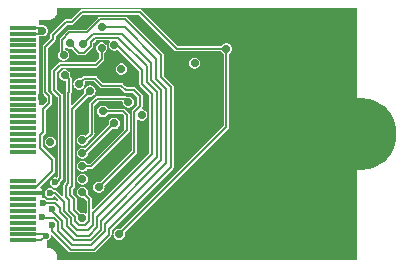
<source format=gbr>
G04 #@! TF.GenerationSoftware,KiCad,Pcbnew,7.0.2-1.fc38*
G04 #@! TF.CreationDate,2023-05-11T21:02:33-04:00*
G04 #@! TF.ProjectId,m2-sd-card,6d322d73-642d-4636-9172-642e6b696361,v0.5.0*
G04 #@! TF.SameCoordinates,PX71581d0PY6410748*
G04 #@! TF.FileFunction,Copper,L4,Bot*
G04 #@! TF.FilePolarity,Positive*
%FSLAX46Y46*%
G04 Gerber Fmt 4.6, Leading zero omitted, Abs format (unit mm)*
G04 Created by KiCad (PCBNEW 7.0.2-1.fc38) date 2023-05-11 21:02:33*
%MOMM*%
%LPD*%
G01*
G04 APERTURE LIST*
G04 #@! TA.AperFunction,ComponentPad*
%ADD10C,6.150000*%
G04 #@! TD*
G04 #@! TA.AperFunction,SMDPad,CuDef*
%ADD11R,2.200000X0.350000*%
G04 #@! TD*
G04 #@! TA.AperFunction,ViaPad*
%ADD12C,0.700000*%
G04 #@! TD*
G04 #@! TA.AperFunction,ViaPad*
%ADD13C,0.600000*%
G04 #@! TD*
G04 #@! TA.AperFunction,Conductor*
%ADD14C,0.203321*%
G04 #@! TD*
G04 APERTURE END LIST*
D10*
X30000000Y9925000D03*
D11*
X1400000Y925000D03*
X1400000Y1425000D03*
X1400000Y1925000D03*
X1400000Y2425000D03*
X1400000Y2925000D03*
X1400000Y3425000D03*
X1400000Y3925000D03*
X1400000Y4425000D03*
X1400000Y4925000D03*
X1400000Y5425000D03*
X1400000Y5925000D03*
X1400000Y8425000D03*
X1400000Y8925000D03*
X1400000Y9425000D03*
X1400000Y9925000D03*
X1400000Y10425000D03*
X1400000Y10925000D03*
X1400000Y11425000D03*
X1400000Y11925000D03*
X1400000Y12425000D03*
X1400000Y12925000D03*
X1400000Y13425000D03*
X1400000Y13925000D03*
X1400000Y14425000D03*
X1400000Y14925000D03*
X1400000Y15425000D03*
X1400000Y15925000D03*
X1400000Y16425000D03*
X1400000Y16925000D03*
X1400000Y17425000D03*
X1400000Y17925000D03*
X1400000Y18425000D03*
X1400000Y18925000D03*
D12*
X11478076Y11530967D03*
X3738533Y9224369D03*
D13*
X3380600Y1327027D03*
D12*
X6450000Y6100000D03*
X3070000Y18675000D03*
X6450000Y3900000D03*
X6450000Y10950000D03*
X4015172Y674666D03*
X15550000Y19025000D03*
X3850000Y11725000D03*
X13850000Y16025000D03*
X12350000Y20125000D03*
X7173340Y19675131D03*
X10619000Y14230436D03*
X14550000Y19025000D03*
X13850000Y15025000D03*
X4950000Y20175270D03*
D13*
X2991924Y13031807D03*
D12*
X4750000Y13925000D03*
X14550000Y20125000D03*
X4868427Y16593365D03*
D13*
X3848486Y2240268D03*
D12*
X8150000Y19001817D03*
D13*
X3018866Y2927744D03*
D12*
X9750000Y15425000D03*
X18650000Y17145000D03*
X9562817Y1430315D03*
D13*
X3916335Y3538267D03*
D12*
X6510859Y17544327D03*
X5372538Y17632817D03*
D13*
X3087158Y4108586D03*
D12*
X9163172Y17455814D03*
D13*
X3712216Y4921620D03*
X4130000Y5825000D03*
D12*
X8076503Y17225000D03*
X10350000Y12625000D03*
X6450000Y9400000D03*
X9150000Y10825000D03*
X6450000Y8300000D03*
X8183155Y11841617D03*
X6450000Y7200000D03*
X6450000Y5000000D03*
X4950000Y14925000D03*
X7095728Y13560982D03*
X6450000Y2800000D03*
X7850000Y5425000D03*
X6169565Y14166662D03*
X15950000Y15925000D03*
D14*
X1400000Y925000D02*
X2978573Y925000D01*
X1400000Y18425000D02*
X2820000Y18425000D01*
X3282627Y1425000D02*
X3380600Y1327027D01*
X2820000Y18425000D02*
X3070000Y18675000D01*
X2820000Y18925000D02*
X3070000Y18675000D01*
X1400000Y18925000D02*
X2820000Y18925000D01*
X2978573Y925000D02*
X3380600Y1327027D01*
X1400000Y1425000D02*
X3282627Y1425000D01*
X4750000Y16711792D02*
X4750000Y17925000D01*
X13150000Y14725000D02*
X13950000Y13925000D01*
X5466566Y125000D02*
X3848486Y1743080D01*
X8696706Y1871706D02*
X8696706Y1418913D01*
X10100000Y19625000D02*
X13150000Y16575000D01*
X3848486Y1743080D02*
X3848486Y2240268D01*
X4750000Y17925000D02*
X5350000Y18525000D01*
X7402793Y125000D02*
X5466566Y125000D01*
X13150000Y16575000D02*
X13150000Y14725000D01*
X5350000Y18525000D02*
X6854834Y18525000D01*
X7954834Y19625000D02*
X10100000Y19625000D01*
X4868427Y16593365D02*
X4750000Y16711792D01*
X13950000Y7125000D02*
X8696706Y1871706D01*
X6854834Y18525000D02*
X7954834Y19625000D01*
X8696706Y1418913D02*
X7402793Y125000D01*
X13950000Y13925000D02*
X13950000Y7125000D01*
X10023183Y19001817D02*
X8150000Y19001817D01*
X8366385Y1680661D02*
X8366385Y2271406D01*
X3018866Y2927744D02*
X3110420Y2836190D01*
X5596353Y539333D02*
X7225057Y539333D01*
X12719617Y14588079D02*
X12719617Y16305383D01*
X13530040Y13777656D02*
X12719617Y14588079D01*
X4038810Y2836190D02*
X4383531Y2491469D01*
X7225057Y539333D02*
X8366385Y1680661D01*
X8366385Y2271406D02*
X13530040Y7435061D01*
X4383531Y2491469D02*
X4383531Y1752155D01*
X4383531Y1752155D02*
X5596353Y539333D01*
X13530040Y7435061D02*
X13530040Y13777656D01*
X3110420Y2836190D02*
X4038810Y2836190D01*
X12719617Y16305383D02*
X10023183Y19001817D01*
X3150000Y10078889D02*
X3150000Y12025000D01*
X2896111Y9825000D02*
X3150000Y10078889D01*
X5061510Y19425000D02*
X5575000Y19425000D01*
X1400000Y5425000D02*
X2548028Y5425000D01*
X18650000Y10517498D02*
X18650000Y17145000D01*
X3650000Y12525000D02*
X3650000Y13136475D01*
X11316101Y20258899D02*
X14430000Y17145000D01*
X3650000Y13136475D02*
X3330269Y13456206D01*
X2896111Y8778889D02*
X2896111Y9825000D01*
X3914932Y6791904D02*
X3914932Y7760068D01*
X6408899Y20258899D02*
X11316101Y20258899D01*
X9562817Y1430315D02*
X18650000Y10517498D01*
X5575000Y19425000D02*
X6408899Y20258899D01*
X3958400Y17944118D02*
X3958400Y18321890D01*
X3958400Y18321890D02*
X5061510Y19425000D01*
X14430000Y17145000D02*
X18650000Y17145000D01*
X3330269Y17315987D02*
X3958400Y17944118D01*
X3330269Y13456206D02*
X3330269Y17315987D01*
X3914932Y7760068D02*
X2896111Y8778889D01*
X2548028Y5425000D02*
X3914932Y6791904D01*
X3150000Y12025000D02*
X3650000Y12525000D01*
X12304568Y14483747D02*
X12304568Y15970432D01*
X13150000Y13638315D02*
X12304568Y14483747D01*
X7172244Y953664D02*
X8036064Y1817484D01*
X8036064Y2590511D02*
X13150000Y7704447D01*
X4756789Y2585355D02*
X4756789Y1981872D01*
X8036064Y1817484D02*
X8036064Y2590511D01*
X4756789Y1981872D02*
X5784997Y953664D01*
X3916335Y3538267D02*
X3916335Y3425809D01*
X7390189Y18423657D02*
X6510859Y17544327D01*
X3916335Y3425809D02*
X4756789Y2585355D01*
X5784997Y953664D02*
X7172244Y953664D01*
X12304568Y15970432D02*
X9851343Y18423657D01*
X13150000Y7704447D02*
X13150000Y13638315D01*
X9851343Y18423657D02*
X7390189Y18423657D01*
X4142662Y4108586D02*
X4547703Y3703545D01*
X7705743Y2927491D02*
X12750000Y7971748D01*
X12750000Y13483361D02*
X11889794Y14343567D01*
X5958352Y1325001D02*
X7001399Y1325001D01*
X6609174Y16825000D02*
X6180355Y16825000D01*
X9496910Y18078090D02*
X7511766Y18078090D01*
X12750000Y7971748D02*
X12750000Y13483361D01*
X11889794Y14343567D02*
X11889794Y15685206D01*
X4547703Y3300865D02*
X5132703Y2715865D01*
X5132703Y2150650D02*
X5958352Y1325001D01*
X7150000Y17716324D02*
X7150000Y17365826D01*
X7511766Y18078090D02*
X7150000Y17716324D01*
X4547703Y3703545D02*
X4547703Y3300865D01*
X3087158Y4108586D02*
X4142662Y4108586D01*
X6180355Y16825000D02*
X5372538Y17632817D01*
X7705743Y2029345D02*
X7705743Y2927491D01*
X5132703Y2715865D02*
X5132703Y2150650D01*
X7001399Y1325001D02*
X7705743Y2029345D01*
X11889794Y15685206D02*
X9496910Y18078090D01*
X7150000Y17365826D02*
X6609174Y16825000D01*
X11482587Y15357587D02*
X9384359Y17455814D01*
X6907326Y1782326D02*
X7375422Y2250422D01*
X11482587Y14192413D02*
X11482587Y15357587D01*
X4935289Y3380423D02*
X5492686Y2823026D01*
X3712216Y4921620D02*
X4153380Y4921620D01*
X12350000Y8225000D02*
X12350000Y13325000D01*
X4935289Y4139711D02*
X4935289Y3380423D01*
X7375422Y2250422D02*
X7375422Y3250422D01*
X12350000Y13325000D02*
X11482587Y14192413D01*
X5492686Y2314172D02*
X6024532Y1782326D01*
X7375422Y3250422D02*
X12350000Y8225000D01*
X4153380Y4921620D02*
X4935289Y4139711D01*
X5492686Y2823026D02*
X5492686Y2314172D01*
X6024532Y1782326D02*
X6907326Y1782326D01*
X9384359Y17455814D02*
X9163172Y17455814D01*
X4585691Y6218455D02*
X4350000Y5982764D01*
X4545289Y15759897D02*
X4055863Y15270471D01*
X7584897Y15759897D02*
X4545289Y15759897D01*
X4055863Y13695148D02*
X4585691Y13165320D01*
X8076503Y17225000D02*
X8076503Y16251503D01*
X4055863Y15270471D02*
X4055863Y13695148D01*
X4585691Y13165320D02*
X4585691Y6218455D01*
X8076503Y16251503D02*
X7584897Y15759897D01*
X7250000Y12445064D02*
X7250000Y9954185D01*
X7250000Y9954185D02*
X6695815Y9400000D01*
X10350000Y12625000D02*
X10050000Y12925000D01*
X7729936Y12925000D02*
X7250000Y12445064D01*
X6695815Y9400000D02*
X6450000Y9400000D01*
X10050000Y12925000D02*
X7729936Y12925000D01*
X6450000Y8300000D02*
X6625000Y8300000D01*
X6625000Y8300000D02*
X9150000Y10825000D01*
X10250000Y10225000D02*
X7225000Y7200000D01*
X7225000Y7200000D02*
X6450000Y7200000D01*
X8183155Y11841617D02*
X9933383Y11841617D01*
X10250000Y11525000D02*
X10250000Y10225000D01*
X9933383Y11841617D02*
X10250000Y11525000D01*
X5050000Y4625000D02*
X5050000Y5533208D01*
X5268969Y13465309D02*
X5328660Y13525000D01*
X7045101Y4404899D02*
X7045101Y2555419D01*
X5050000Y5533208D02*
X5268969Y5752177D01*
X5268969Y5752177D02*
X5268969Y13465309D01*
X5871340Y2541370D02*
X5871340Y2911516D01*
X6686339Y2196657D02*
X6216053Y2196657D01*
X5337549Y4337451D02*
X5050000Y4625000D01*
X5337549Y3445307D02*
X5337549Y4337451D01*
X6191366Y2221340D02*
X5871336Y2541370D01*
X5328660Y13525000D02*
X5328660Y14546340D01*
X6216053Y2196657D02*
X6191370Y2221340D01*
X5328660Y14546340D02*
X4950000Y14925000D01*
X6450000Y5000000D02*
X7045101Y4404899D01*
X5871340Y2911516D02*
X5337549Y3445307D01*
X7045101Y2555419D02*
X6686339Y2196657D01*
X5738471Y3511529D02*
X6450000Y2800000D01*
X5603573Y5544765D02*
X5424633Y5365825D01*
X5738471Y4436529D02*
X5738471Y3511529D01*
X7095728Y13560982D02*
X5603573Y12068827D01*
X5424633Y5365825D02*
X5424633Y4750367D01*
X5603573Y12068827D02*
X5603573Y5544765D01*
X5424633Y4750367D02*
X5738471Y4436529D01*
X11350000Y13125000D02*
X10830714Y13644286D01*
X6627903Y14625000D02*
X6169565Y14166662D01*
X7550000Y14625000D02*
X6627903Y14625000D01*
X9750000Y14025000D02*
X8150000Y14025000D01*
X10850000Y11825000D02*
X11350000Y12325000D01*
X11350000Y12325000D02*
X11350000Y13125000D01*
X10130714Y13644286D02*
X9750000Y14025000D01*
X7850000Y5425000D02*
X10850000Y8425000D01*
X10850000Y8425000D02*
X10850000Y11825000D01*
X8150000Y14025000D02*
X7550000Y14625000D01*
X10830714Y13644286D02*
X10130714Y13644286D01*
G04 #@! TA.AperFunction,Conductor*
G36*
X29681194Y20606194D02*
G01*
X29699500Y20562000D01*
X29699500Y-712000D01*
X29681194Y-756194D01*
X29637000Y-774500D01*
X4363000Y-774500D01*
X4318806Y-756194D01*
X4300500Y-712000D01*
X4300500Y-472156D01*
X4300500Y-421158D01*
X4269737Y-266503D01*
X4209394Y-120821D01*
X4121789Y10289D01*
X4010289Y121789D01*
X3879179Y209394D01*
X3733497Y269737D01*
X3733495Y269738D01*
X3578843Y300500D01*
X3578842Y300500D01*
X3556173Y300500D01*
X3512500Y300500D01*
X3468306Y318806D01*
X3450000Y363000D01*
X3450000Y855071D01*
X3468306Y899265D01*
X3494890Y915039D01*
X3560016Y934161D01*
X3663432Y1000622D01*
X3743934Y1093526D01*
X3795001Y1205348D01*
X3810812Y1315317D01*
X3835221Y1356455D01*
X3881571Y1368285D01*
X3916870Y1350615D01*
X5299116Y-31631D01*
X5301368Y-34004D01*
X5328860Y-64537D01*
X5352395Y-75016D01*
X5361012Y-79695D01*
X5382608Y-93719D01*
X5392799Y-95333D01*
X5408435Y-99965D01*
X5417856Y-104160D01*
X5443612Y-104160D01*
X5453388Y-104929D01*
X5478827Y-108959D01*
X5488791Y-106290D01*
X5504967Y-104160D01*
X7395151Y-104160D01*
X7398420Y-104245D01*
X7411472Y-104930D01*
X7439441Y-106396D01*
X7439441Y-106395D01*
X7439443Y-106396D01*
X7463495Y-97162D01*
X7472893Y-94379D01*
X7480679Y-92723D01*
X7498083Y-89025D01*
X7506428Y-82961D01*
X7520758Y-75181D01*
X7530390Y-71484D01*
X7548608Y-53264D01*
X7556057Y-46904D01*
X7576897Y-31764D01*
X7582054Y-22831D01*
X7591984Y-9888D01*
X8853356Y1251484D01*
X8855690Y1253699D01*
X8886243Y1281207D01*
X8896720Y1304743D01*
X8901391Y1313347D01*
X8915425Y1334954D01*
X8917038Y1345142D01*
X8921670Y1360781D01*
X8925866Y1370203D01*
X8925866Y1395959D01*
X8926636Y1405737D01*
X8930665Y1431174D01*
X8927995Y1441140D01*
X8925866Y1457315D01*
X8925866Y1750898D01*
X8944171Y1795091D01*
X14106650Y6957571D01*
X14108984Y6959786D01*
X14139537Y6987294D01*
X14150020Y7010843D01*
X14154687Y7019436D01*
X14168719Y7041042D01*
X14170333Y7051237D01*
X14174963Y7066864D01*
X14179160Y7076290D01*
X14179160Y7102046D01*
X14179930Y7111825D01*
X14183959Y7137260D01*
X14183959Y7137261D01*
X14181288Y7147230D01*
X14179159Y7163394D01*
X14179159Y13917357D01*
X14179245Y13920629D01*
X14181396Y13961649D01*
X14181396Y13961650D01*
X14172162Y13985704D01*
X14169379Y13995096D01*
X14164025Y14020290D01*
X14157964Y14028632D01*
X14150179Y14042971D01*
X14148783Y14046608D01*
X14146484Y14052597D01*
X14128275Y14070806D01*
X14121903Y14078266D01*
X14119099Y14082125D01*
X14106764Y14099104D01*
X14097828Y14104263D01*
X14084886Y14114195D01*
X13747662Y14451419D01*
X13397464Y14801618D01*
X13379159Y14845808D01*
X13379159Y15925000D01*
X15467589Y15925000D01*
X15487131Y15789089D01*
X15544170Y15664189D01*
X15634089Y15560419D01*
X15749599Y15486184D01*
X15881345Y15447500D01*
X15881346Y15447500D01*
X16018655Y15447500D01*
X16150400Y15486184D01*
X16182592Y15506873D01*
X16265911Y15560419D01*
X16355829Y15664189D01*
X16412869Y15789089D01*
X16432410Y15925000D01*
X16412869Y16060911D01*
X16374679Y16144536D01*
X16355829Y16185812D01*
X16265910Y16289582D01*
X16150400Y16363817D01*
X16018655Y16402500D01*
X16018654Y16402500D01*
X15881346Y16402500D01*
X15881345Y16402500D01*
X15749599Y16363817D01*
X15634089Y16289582D01*
X15544170Y16185812D01*
X15487131Y16060912D01*
X15467589Y15925000D01*
X13379159Y15925000D01*
X13379159Y16567370D01*
X13379245Y16570642D01*
X13381395Y16611649D01*
X13381395Y16611650D01*
X13372159Y16635709D01*
X13369378Y16645104D01*
X13367679Y16653096D01*
X13364025Y16670290D01*
X13357965Y16678631D01*
X13350179Y16692971D01*
X13346484Y16702598D01*
X13328272Y16720810D01*
X13321901Y16728269D01*
X13306764Y16749104D01*
X13306763Y16749105D01*
X13297830Y16754263D01*
X13284888Y16764194D01*
X10267439Y19781643D01*
X10265203Y19783998D01*
X10237706Y19814537D01*
X10237704Y19814538D01*
X10214169Y19825017D01*
X10205552Y19829696D01*
X10183957Y19843720D01*
X10173773Y19845333D01*
X10158135Y19849965D01*
X10148711Y19854160D01*
X10148710Y19854160D01*
X10122954Y19854160D01*
X10113177Y19854930D01*
X10110898Y19855291D01*
X10087738Y19858960D01*
X10077775Y19856290D01*
X10061599Y19854160D01*
X7962477Y19854160D01*
X7959205Y19854246D01*
X7918183Y19856397D01*
X7894131Y19847164D01*
X7884730Y19844379D01*
X7859543Y19839025D01*
X7851199Y19832963D01*
X7836870Y19825183D01*
X7827238Y19821485D01*
X7809025Y19803273D01*
X7801571Y19796907D01*
X7780729Y19781764D01*
X7775571Y19772830D01*
X7765641Y19759890D01*
X6778218Y18772466D01*
X6734024Y18754160D01*
X5357643Y18754160D01*
X5354371Y18754246D01*
X5313349Y18756397D01*
X5289299Y18747165D01*
X5279899Y18744380D01*
X5254709Y18739025D01*
X5246365Y18732963D01*
X5232035Y18725183D01*
X5222403Y18721485D01*
X5204187Y18703270D01*
X5196733Y18696904D01*
X5175895Y18681764D01*
X5170737Y18672830D01*
X5160807Y18659891D01*
X4593355Y18092439D01*
X4590983Y18090187D01*
X4560462Y18062705D01*
X4549986Y18039176D01*
X4545308Y18030559D01*
X4531280Y18008958D01*
X4529666Y17998769D01*
X4525035Y17983135D01*
X4520840Y17973711D01*
X4520840Y17947955D01*
X4520070Y17938177D01*
X4516040Y17912740D01*
X4518710Y17902777D01*
X4520839Y17886602D01*
X4520839Y16944702D01*
X4505574Y16903774D01*
X4462598Y16854177D01*
X4405558Y16729276D01*
X4386016Y16593366D01*
X4405558Y16457454D01*
X4462597Y16332554D01*
X4552516Y16228784D01*
X4668026Y16154549D01*
X4799772Y16115865D01*
X4799773Y16115865D01*
X4937082Y16115865D01*
X5068827Y16154549D01*
X5089049Y16167545D01*
X5184338Y16228784D01*
X5274256Y16332554D01*
X5331296Y16457454D01*
X5350837Y16593365D01*
X5350787Y16593710D01*
X5344750Y16635698D01*
X5331296Y16729276D01*
X5274256Y16854176D01*
X5274256Y16854177D01*
X5195566Y16944988D01*
X5184338Y16957946D01*
X5184337Y16957947D01*
X5068827Y17032182D01*
X5024052Y17045329D01*
X4986805Y17075344D01*
X4979160Y17105297D01*
X4979160Y17203561D01*
X4997466Y17247755D01*
X5041660Y17266061D01*
X5075449Y17256140D01*
X5119047Y17228121D01*
X5172139Y17194000D01*
X5303883Y17155317D01*
X5303884Y17155317D01*
X5441190Y17155317D01*
X5441192Y17155317D01*
X5471136Y17164110D01*
X5518696Y17158998D01*
X5532938Y17148336D01*
X6012905Y16668369D01*
X6015157Y16665996D01*
X6042649Y16635463D01*
X6066184Y16624984D01*
X6074801Y16620305D01*
X6096397Y16606281D01*
X6106588Y16604667D01*
X6122224Y16600035D01*
X6131645Y16595840D01*
X6157401Y16595840D01*
X6167177Y16595071D01*
X6192616Y16591041D01*
X6202580Y16593710D01*
X6218756Y16595840D01*
X6601532Y16595840D01*
X6604801Y16595755D01*
X6617853Y16595070D01*
X6645822Y16593604D01*
X6645822Y16593605D01*
X6645824Y16593604D01*
X6669876Y16602838D01*
X6679274Y16605621D01*
X6687060Y16607277D01*
X6704464Y16610975D01*
X6712809Y16617039D01*
X6727139Y16624819D01*
X6736771Y16628516D01*
X6754989Y16646736D01*
X6762438Y16653096D01*
X6783278Y16668236D01*
X6788435Y16677169D01*
X6798365Y16690112D01*
X7306650Y17198397D01*
X7308984Y17200612D01*
X7339537Y17228120D01*
X7350014Y17251656D01*
X7354688Y17260266D01*
X7368718Y17281867D01*
X7370331Y17292056D01*
X7374964Y17307694D01*
X7379160Y17317116D01*
X7379160Y17342873D01*
X7379930Y17352651D01*
X7383959Y17378087D01*
X7381289Y17388051D01*
X7379159Y17404229D01*
X7379159Y17496906D01*
X7379159Y17595519D01*
X7397464Y17639709D01*
X7588380Y17830624D01*
X7632575Y17848930D01*
X8735130Y17848930D01*
X8779324Y17830624D01*
X8797630Y17786430D01*
X8782364Y17745501D01*
X8757342Y17716626D01*
X8700303Y17591726D01*
X8680761Y17455814D01*
X8700303Y17319903D01*
X8757342Y17195003D01*
X8847261Y17091233D01*
X8962771Y17016998D01*
X9094517Y16978314D01*
X9094518Y16978314D01*
X9231827Y16978314D01*
X9363570Y17016997D01*
X9363572Y17016998D01*
X9403703Y17042790D01*
X9450777Y17051283D01*
X9481687Y17034405D01*
X11235121Y15280972D01*
X11253427Y15236778D01*
X11253427Y14200056D01*
X11253341Y14196784D01*
X11251190Y14155765D01*
X11260423Y14131714D01*
X11263208Y14122310D01*
X11268561Y14097124D01*
X11274624Y14088779D01*
X11282405Y14074446D01*
X11286101Y14064818D01*
X11304311Y14046608D01*
X11310680Y14039151D01*
X11325823Y14018309D01*
X11334756Y14013151D01*
X11347700Y14003219D01*
X12102534Y13248385D01*
X12120840Y13204192D01*
X12120840Y8345810D01*
X12102534Y8301616D01*
X7380955Y3580037D01*
X7336761Y3561731D01*
X7292567Y3580037D01*
X7274261Y3624231D01*
X7274261Y4397258D01*
X7274347Y4400530D01*
X7276497Y4441548D01*
X7276497Y4441549D01*
X7267263Y4465603D01*
X7264480Y4474995D01*
X7259126Y4500189D01*
X7253065Y4508531D01*
X7245280Y4522870D01*
X7243021Y4528754D01*
X7241585Y4532496D01*
X7223376Y4550705D01*
X7217004Y4558165D01*
X7212673Y4564126D01*
X7201865Y4579003D01*
X7192929Y4584162D01*
X7179987Y4594094D01*
X6934629Y4839453D01*
X6916323Y4883647D01*
X6916958Y4892530D01*
X6932410Y5000000D01*
X6912869Y5135911D01*
X6863042Y5245017D01*
X6855829Y5260812D01*
X6765910Y5364582D01*
X6650400Y5438817D01*
X6518655Y5477500D01*
X6518654Y5477500D01*
X6381346Y5477500D01*
X6381345Y5477500D01*
X6249599Y5438817D01*
X6134089Y5364582D01*
X6044170Y5260812D01*
X5987131Y5135912D01*
X5967589Y5000001D01*
X5987131Y4864089D01*
X6044170Y4739189D01*
X6134089Y4635419D01*
X6249599Y4561184D01*
X6381345Y4522500D01*
X6381346Y4522500D01*
X6518652Y4522500D01*
X6518654Y4522500D01*
X6548598Y4531293D01*
X6596158Y4526181D01*
X6610400Y4515519D01*
X6797635Y4328284D01*
X6815941Y4284090D01*
X6815941Y3246890D01*
X6797635Y3202696D01*
X6753441Y3184390D01*
X6719651Y3194312D01*
X6650400Y3238817D01*
X6518655Y3277500D01*
X6518654Y3277500D01*
X6381346Y3277500D01*
X6381345Y3277500D01*
X6351399Y3268708D01*
X6303838Y3273823D01*
X6289599Y3284483D01*
X5985936Y3588146D01*
X5967630Y3632338D01*
X5967630Y4428886D01*
X5967716Y4432158D01*
X5969867Y4473178D01*
X5969166Y4475004D01*
X5960633Y4497233D01*
X5957850Y4506625D01*
X5952496Y4531819D01*
X5946435Y4540161D01*
X5938650Y4554500D01*
X5936084Y4561184D01*
X5934955Y4564126D01*
X5916746Y4582335D01*
X5910374Y4589795D01*
X5906436Y4595215D01*
X5895235Y4610633D01*
X5886299Y4615792D01*
X5873357Y4625724D01*
X5672099Y4826983D01*
X5653793Y4871177D01*
X5653793Y5245017D01*
X5672098Y5289210D01*
X5760223Y5377336D01*
X5762557Y5379551D01*
X5793110Y5407059D01*
X5803587Y5430595D01*
X5808261Y5439205D01*
X5822291Y5460806D01*
X5823904Y5470995D01*
X5828537Y5486633D01*
X5832733Y5496055D01*
X5832733Y5521812D01*
X5833503Y5531590D01*
X5837532Y5557026D01*
X5834862Y5566990D01*
X5832732Y5583168D01*
X5832732Y6100000D01*
X5967589Y6100000D01*
X5987131Y5964089D01*
X6044170Y5839189D01*
X6134089Y5735419D01*
X6249599Y5661184D01*
X6381345Y5622500D01*
X6381346Y5622500D01*
X6518655Y5622500D01*
X6650400Y5661184D01*
X6665540Y5670914D01*
X6765911Y5735419D01*
X6855829Y5839189D01*
X6912869Y5964089D01*
X6932410Y6100000D01*
X6912869Y6235911D01*
X6855829Y6360811D01*
X6855829Y6360812D01*
X6765910Y6464582D01*
X6650400Y6538817D01*
X6518655Y6577500D01*
X6518654Y6577500D01*
X6381346Y6577500D01*
X6381345Y6577500D01*
X6249599Y6538817D01*
X6134089Y6464582D01*
X6044170Y6360812D01*
X5987131Y6235912D01*
X5967589Y6100000D01*
X5832732Y6100000D01*
X5832732Y7200000D01*
X5967589Y7200000D01*
X5987131Y7064089D01*
X6044170Y6939189D01*
X6134089Y6835419D01*
X6249599Y6761184D01*
X6381345Y6722500D01*
X6381346Y6722500D01*
X6518655Y6722500D01*
X6650400Y6761184D01*
X6717279Y6804165D01*
X6765911Y6835419D01*
X6829199Y6908457D01*
X6861714Y6945980D01*
X6864006Y6943994D01*
X6888608Y6966899D01*
X6910450Y6970840D01*
X7217358Y6970840D01*
X7220627Y6970755D01*
X7235636Y6969968D01*
X7261648Y6968604D01*
X7261648Y6968605D01*
X7261650Y6968604D01*
X7285702Y6977838D01*
X7295100Y6980621D01*
X7302886Y6982277D01*
X7320290Y6985975D01*
X7328635Y6992039D01*
X7342965Y6999819D01*
X7352597Y7003516D01*
X7370815Y7021736D01*
X7378264Y7028096D01*
X7399104Y7043236D01*
X7404261Y7052169D01*
X7414191Y7065112D01*
X10406660Y10057580D01*
X10408994Y10059795D01*
X10439537Y10087294D01*
X10450015Y10110832D01*
X10454685Y10119434D01*
X10468719Y10141042D01*
X10470333Y10151230D01*
X10474964Y10166868D01*
X10479160Y10176290D01*
X10479160Y10202046D01*
X10479930Y10211825D01*
X10483959Y10237261D01*
X10481289Y10247226D01*
X10479160Y10263401D01*
X10479160Y11517359D01*
X10479246Y11520631D01*
X10481396Y11561649D01*
X10474042Y11580806D01*
X10472162Y11585704D01*
X10469379Y11595096D01*
X10464025Y11620290D01*
X10457964Y11628632D01*
X10450179Y11642971D01*
X10446484Y11652597D01*
X10428275Y11670806D01*
X10421903Y11678266D01*
X10414049Y11689076D01*
X10406764Y11699104D01*
X10397828Y11704263D01*
X10384886Y11714195D01*
X10100823Y11998259D01*
X10098587Y12000614D01*
X10071089Y12031154D01*
X10071087Y12031155D01*
X10047552Y12041634D01*
X10038935Y12046313D01*
X10017340Y12060337D01*
X10007156Y12061950D01*
X9991518Y12066582D01*
X9982094Y12070777D01*
X9982093Y12070777D01*
X9956337Y12070777D01*
X9946560Y12071547D01*
X9944281Y12071908D01*
X9921121Y12075577D01*
X9911158Y12072907D01*
X9894982Y12070777D01*
X8643605Y12070777D01*
X8599411Y12089083D01*
X8594826Y12095687D01*
X8499065Y12206199D01*
X8383555Y12280434D01*
X8251810Y12319117D01*
X8251809Y12319117D01*
X8114501Y12319117D01*
X8114500Y12319117D01*
X7982754Y12280434D01*
X7867244Y12206199D01*
X7777325Y12102429D01*
X7720286Y11977529D01*
X7700744Y11841618D01*
X7720286Y11705706D01*
X7777325Y11580806D01*
X7867244Y11477036D01*
X7982754Y11402801D01*
X8114500Y11364117D01*
X8114501Y11364117D01*
X8251810Y11364117D01*
X8383555Y11402801D01*
X8426000Y11430079D01*
X8499066Y11477036D01*
X8588984Y11580806D01*
X8594869Y11587597D01*
X8597161Y11585611D01*
X8621763Y11608516D01*
X8643605Y11612457D01*
X9812574Y11612457D01*
X9856768Y11594151D01*
X10002534Y11448385D01*
X10020840Y11404191D01*
X10020840Y10345811D01*
X10002534Y10301617D01*
X7148384Y7447466D01*
X7104190Y7429160D01*
X6910450Y7429160D01*
X6866256Y7447466D01*
X6861671Y7454070D01*
X6765910Y7564582D01*
X6650400Y7638817D01*
X6518655Y7677500D01*
X6518654Y7677500D01*
X6381346Y7677500D01*
X6381345Y7677500D01*
X6249599Y7638817D01*
X6134089Y7564582D01*
X6044170Y7460812D01*
X5987131Y7335912D01*
X5967589Y7200000D01*
X5832732Y7200000D01*
X5832732Y8300001D01*
X5967589Y8300001D01*
X5987131Y8164089D01*
X6044170Y8039189D01*
X6134089Y7935419D01*
X6249599Y7861184D01*
X6381345Y7822500D01*
X6381346Y7822500D01*
X6518655Y7822500D01*
X6650400Y7861184D01*
X6664676Y7870359D01*
X6765911Y7935419D01*
X6855829Y8039189D01*
X6912869Y8164089D01*
X6926650Y8259943D01*
X6944317Y8295238D01*
X8989599Y10340520D01*
X9033792Y10358825D01*
X9051398Y10356294D01*
X9081346Y10347500D01*
X9218655Y10347500D01*
X9350400Y10386184D01*
X9465911Y10460419D01*
X9555829Y10564189D01*
X9612869Y10689089D01*
X9632410Y10825000D01*
X9612869Y10960911D01*
X9555829Y11085811D01*
X9555829Y11085812D01*
X9467981Y11187192D01*
X9465911Y11189581D01*
X9465910Y11189582D01*
X9350400Y11263817D01*
X9218655Y11302500D01*
X9218654Y11302500D01*
X9081346Y11302500D01*
X9081345Y11302500D01*
X8949599Y11263817D01*
X8834089Y11189582D01*
X8744170Y11085812D01*
X8687131Y10960912D01*
X8667589Y10825000D01*
X8683040Y10717543D01*
X8671210Y10671193D01*
X8665370Y10664454D01*
X6740396Y8739480D01*
X6696202Y8721174D01*
X6662411Y8731097D01*
X6650400Y8738816D01*
X6650397Y8738818D01*
X6518655Y8777500D01*
X6518654Y8777500D01*
X6381346Y8777500D01*
X6381345Y8777500D01*
X6249599Y8738817D01*
X6134089Y8664582D01*
X6044170Y8560812D01*
X5987131Y8435912D01*
X5967589Y8300001D01*
X5832732Y8300001D01*
X5832732Y8746869D01*
X5832732Y9400001D01*
X5967589Y9400001D01*
X5987131Y9264089D01*
X6044170Y9139189D01*
X6134089Y9035419D01*
X6249599Y8961184D01*
X6381345Y8922500D01*
X6381346Y8922500D01*
X6518655Y8922500D01*
X6650400Y8961184D01*
X6654094Y8963558D01*
X6765911Y9035419D01*
X6855829Y9139189D01*
X6912869Y9264089D01*
X6914758Y9277234D01*
X6932426Y9312532D01*
X7406650Y9786756D01*
X7408984Y9788971D01*
X7439537Y9816479D01*
X7450020Y9840028D01*
X7454687Y9848621D01*
X7468719Y9870227D01*
X7470333Y9880422D01*
X7474963Y9896049D01*
X7479160Y9905475D01*
X7479160Y9931232D01*
X7479930Y9941010D01*
X7479958Y9941183D01*
X7483367Y9962706D01*
X7483959Y9966445D01*
X7483148Y9969472D01*
X7481288Y9976415D01*
X7479160Y9992579D01*
X7479160Y12324255D01*
X7497466Y12368449D01*
X7806552Y12677534D01*
X7850746Y12695840D01*
X9805646Y12695840D01*
X9849840Y12677534D01*
X9868146Y12633340D01*
X9867563Y12625188D01*
X9887131Y12489089D01*
X9944170Y12364189D01*
X10034089Y12260419D01*
X10149599Y12186184D01*
X10281345Y12147500D01*
X10281346Y12147500D01*
X10418655Y12147500D01*
X10550400Y12186184D01*
X10581542Y12206198D01*
X10665911Y12260419D01*
X10755829Y12364189D01*
X10812869Y12489089D01*
X10832410Y12625000D01*
X10812869Y12760911D01*
X10755829Y12885811D01*
X10755829Y12885812D01*
X10665910Y12989582D01*
X10550400Y13063817D01*
X10418655Y13102500D01*
X10418654Y13102500D01*
X10281346Y13102500D01*
X10281345Y13102500D01*
X10253595Y13094352D01*
X10206034Y13099465D01*
X10189539Y13112501D01*
X10187705Y13114539D01*
X10164170Y13125017D01*
X10155552Y13129696D01*
X10133957Y13143720D01*
X10123773Y13145333D01*
X10108135Y13149965D01*
X10098711Y13154160D01*
X10098710Y13154160D01*
X10072954Y13154160D01*
X10063177Y13154930D01*
X10060898Y13155291D01*
X10037738Y13158960D01*
X10027775Y13156290D01*
X10011599Y13154160D01*
X7737579Y13154160D01*
X7734307Y13154246D01*
X7693285Y13156397D01*
X7669233Y13147164D01*
X7659832Y13144379D01*
X7634645Y13139025D01*
X7626301Y13132963D01*
X7611972Y13125183D01*
X7602340Y13121485D01*
X7584127Y13103273D01*
X7576673Y13096907D01*
X7555831Y13081764D01*
X7550673Y13072830D01*
X7540743Y13059890D01*
X7093356Y12612504D01*
X7090984Y12610253D01*
X7060462Y12582771D01*
X7049986Y12559240D01*
X7045308Y12550623D01*
X7031280Y12529022D01*
X7029666Y12518833D01*
X7025035Y12503199D01*
X7020840Y12493775D01*
X7020840Y12468019D01*
X7020070Y12458241D01*
X7016040Y12432804D01*
X7018710Y12422841D01*
X7020839Y12406666D01*
X7020839Y10074996D01*
X7002533Y10030802D01*
X6783506Y9811775D01*
X6739312Y9793469D01*
X6705522Y9803391D01*
X6692476Y9811775D01*
X6685029Y9816561D01*
X6650399Y9838817D01*
X6518655Y9877500D01*
X6518654Y9877500D01*
X6381346Y9877500D01*
X6381345Y9877500D01*
X6249599Y9838817D01*
X6134089Y9764582D01*
X6044170Y9660812D01*
X5987131Y9535912D01*
X5967589Y9400001D01*
X5832732Y9400001D01*
X5832732Y11948022D01*
X5851036Y11992210D01*
X6935327Y13076502D01*
X6979520Y13094807D01*
X6997126Y13092276D01*
X7027074Y13083482D01*
X7164383Y13083482D01*
X7296128Y13122166D01*
X7300564Y13125017D01*
X7411639Y13196401D01*
X7501557Y13300171D01*
X7558597Y13425071D01*
X7578138Y13560982D01*
X7558597Y13696893D01*
X7524405Y13771764D01*
X7501557Y13821794D01*
X7411638Y13925564D01*
X7296128Y13999799D01*
X7164383Y14038482D01*
X7164382Y14038482D01*
X7027074Y14038482D01*
X7027073Y14038482D01*
X6895327Y13999799D01*
X6779817Y13925564D01*
X6689898Y13821794D01*
X6632859Y13696894D01*
X6613317Y13560982D01*
X6628768Y13453525D01*
X6616938Y13407175D01*
X6611098Y13400436D01*
X5604823Y12394160D01*
X5560629Y12375854D01*
X5516435Y12394160D01*
X5498129Y12438354D01*
X5498129Y13341399D01*
X5516435Y13385593D01*
X5518173Y13387244D01*
X5518194Y13387292D01*
X5518197Y13387294D01*
X5528676Y13410833D01*
X5533347Y13419436D01*
X5547379Y13441042D01*
X5548993Y13451237D01*
X5553623Y13466864D01*
X5557820Y13476290D01*
X5557820Y13502048D01*
X5558590Y13511825D01*
X5562619Y13537261D01*
X5559949Y13547225D01*
X5557819Y13563403D01*
X5557819Y14046608D01*
X5557819Y14166662D01*
X5687154Y14166662D01*
X5706696Y14030751D01*
X5763735Y13905851D01*
X5853654Y13802081D01*
X5969164Y13727846D01*
X6100910Y13689162D01*
X6100911Y13689162D01*
X6238220Y13689162D01*
X6369965Y13727846D01*
X6447280Y13777534D01*
X6485476Y13802081D01*
X6575394Y13905851D01*
X6632434Y14030751D01*
X6651975Y14166662D01*
X6636524Y14274125D01*
X6648354Y14320473D01*
X6654186Y14327204D01*
X6704518Y14377535D01*
X6748712Y14395840D01*
X7429191Y14395840D01*
X7473384Y14377535D01*
X7728608Y14122310D01*
X7982549Y13868369D01*
X7984801Y13865996D01*
X8012293Y13835463D01*
X8035822Y13824988D01*
X8044439Y13820310D01*
X8066042Y13806281D01*
X8076233Y13804667D01*
X8091869Y13800035D01*
X8101290Y13795840D01*
X8127046Y13795840D01*
X8136822Y13795071D01*
X8162261Y13791041D01*
X8172225Y13793710D01*
X8188401Y13795840D01*
X9629191Y13795840D01*
X9673385Y13777534D01*
X9963264Y13487655D01*
X9965516Y13485282D01*
X9993008Y13454749D01*
X10016543Y13444270D01*
X10025160Y13439591D01*
X10043602Y13427615D01*
X10046756Y13425567D01*
X10056947Y13423953D01*
X10072583Y13419321D01*
X10082004Y13415126D01*
X10107760Y13415126D01*
X10117536Y13414357D01*
X10142975Y13410327D01*
X10152939Y13412996D01*
X10169115Y13415126D01*
X10709905Y13415126D01*
X10754099Y13396820D01*
X11102533Y13048386D01*
X11120839Y13004192D01*
X11120839Y12445811D01*
X11102533Y12401617D01*
X10693356Y11992440D01*
X10690984Y11990189D01*
X10660462Y11962707D01*
X10649986Y11939176D01*
X10645308Y11930559D01*
X10631280Y11908958D01*
X10629666Y11898769D01*
X10625035Y11883135D01*
X10620840Y11873711D01*
X10620840Y11847955D01*
X10620070Y11838177D01*
X10616040Y11812740D01*
X10618710Y11802777D01*
X10620839Y11786602D01*
X10620839Y8545811D01*
X10602533Y8501617D01*
X8010399Y5909483D01*
X7966205Y5891177D01*
X7948598Y5893708D01*
X7941839Y5895693D01*
X7918654Y5902500D01*
X7781346Y5902500D01*
X7781345Y5902500D01*
X7649599Y5863817D01*
X7534089Y5789582D01*
X7444170Y5685812D01*
X7387131Y5560912D01*
X7367589Y5425000D01*
X7387131Y5289089D01*
X7444170Y5164189D01*
X7534089Y5060419D01*
X7649599Y4986184D01*
X7781345Y4947500D01*
X7781346Y4947500D01*
X7918655Y4947500D01*
X8050400Y4986184D01*
X8071898Y5000000D01*
X8165911Y5060419D01*
X8255829Y5164189D01*
X8312869Y5289089D01*
X8332410Y5425000D01*
X8316959Y5532463D01*
X8328789Y5578811D01*
X8334622Y5585543D01*
X11006650Y8257571D01*
X11008984Y8259786D01*
X11039537Y8287294D01*
X11050020Y8310843D01*
X11054687Y8319436D01*
X11068719Y8341042D01*
X11070333Y8351237D01*
X11074963Y8366864D01*
X11079160Y8376290D01*
X11079160Y8402048D01*
X11079930Y8411825D01*
X11083959Y8437261D01*
X11081289Y8447225D01*
X11079159Y8463403D01*
X11079159Y9848631D01*
X11079159Y11105273D01*
X11097465Y11149464D01*
X11141659Y11167770D01*
X11175449Y11157848D01*
X11277675Y11092151D01*
X11409421Y11053467D01*
X11409422Y11053467D01*
X11546731Y11053467D01*
X11678476Y11092151D01*
X11698889Y11105270D01*
X11793987Y11166386D01*
X11883905Y11270156D01*
X11940945Y11395056D01*
X11960486Y11530967D01*
X11940945Y11666878D01*
X11883905Y11791778D01*
X11883905Y11791779D01*
X11793986Y11895549D01*
X11678476Y11969784D01*
X11546731Y12008467D01*
X11546730Y12008467D01*
X11508435Y12008467D01*
X11464241Y12026773D01*
X11445935Y12070967D01*
X11464239Y12115160D01*
X11506668Y12157589D01*
X11508984Y12159786D01*
X11539537Y12187294D01*
X11550020Y12210843D01*
X11554687Y12219436D01*
X11568719Y12241042D01*
X11570333Y12251237D01*
X11574963Y12266864D01*
X11579160Y12276290D01*
X11579160Y12302046D01*
X11579930Y12311825D01*
X11583959Y12337261D01*
X11581289Y12347226D01*
X11579160Y12363401D01*
X11579160Y13117359D01*
X11579246Y13120631D01*
X11579327Y13122166D01*
X11581396Y13161650D01*
X11572161Y13185707D01*
X11569378Y13195103D01*
X11564025Y13220290D01*
X11557964Y13228633D01*
X11550179Y13242972D01*
X11546484Y13252598D01*
X11528272Y13270810D01*
X11521901Y13278269D01*
X11518986Y13282281D01*
X11506764Y13299104D01*
X11506763Y13299105D01*
X11497830Y13304263D01*
X11484888Y13314194D01*
X10998153Y13800929D01*
X10995917Y13803284D01*
X10968420Y13833823D01*
X10968418Y13833824D01*
X10944883Y13844303D01*
X10936266Y13848982D01*
X10914671Y13863006D01*
X10904487Y13864619D01*
X10888849Y13869251D01*
X10879425Y13873446D01*
X10879424Y13873446D01*
X10853668Y13873446D01*
X10843891Y13874216D01*
X10841612Y13874577D01*
X10818452Y13878246D01*
X10808489Y13875576D01*
X10792313Y13873446D01*
X10251523Y13873446D01*
X10207329Y13891752D01*
X10070450Y14028631D01*
X9917440Y14181642D01*
X9915204Y14183997D01*
X9887706Y14214537D01*
X9887704Y14214538D01*
X9864169Y14225017D01*
X9855552Y14229696D01*
X9833957Y14243720D01*
X9823773Y14245333D01*
X9808135Y14249965D01*
X9798711Y14254160D01*
X9798710Y14254160D01*
X9772954Y14254160D01*
X9763177Y14254930D01*
X9760898Y14255291D01*
X9737738Y14258960D01*
X9727775Y14256290D01*
X9711599Y14254160D01*
X8270810Y14254160D01*
X8226616Y14272466D01*
X7717439Y14781643D01*
X7715203Y14783998D01*
X7687706Y14814537D01*
X7680957Y14817542D01*
X7664169Y14825017D01*
X7655552Y14829696D01*
X7633957Y14843720D01*
X7623773Y14845333D01*
X7608135Y14849965D01*
X7598711Y14854160D01*
X7598710Y14854160D01*
X7572954Y14854160D01*
X7563177Y14854930D01*
X7560898Y14855291D01*
X7537738Y14858960D01*
X7527775Y14856290D01*
X7511599Y14854160D01*
X6635546Y14854160D01*
X6632274Y14854246D01*
X6591252Y14856397D01*
X6567200Y14847164D01*
X6557799Y14844379D01*
X6532612Y14839025D01*
X6524268Y14832963D01*
X6509939Y14825183D01*
X6500307Y14821485D01*
X6482094Y14803273D01*
X6474640Y14796907D01*
X6453798Y14781764D01*
X6448640Y14772830D01*
X6438710Y14759890D01*
X6329964Y14651145D01*
X6285770Y14632839D01*
X6268163Y14635370D01*
X6246842Y14641630D01*
X6238219Y14644162D01*
X6100911Y14644162D01*
X6100910Y14644162D01*
X5969164Y14605479D01*
X5853654Y14531244D01*
X5763735Y14427474D01*
X5706696Y14302574D01*
X5687154Y14166662D01*
X5557819Y14166662D01*
X5557819Y14538737D01*
X5557903Y14541930D01*
X5560056Y14582990D01*
X5550822Y14607044D01*
X5548039Y14616436D01*
X5542685Y14641630D01*
X5536624Y14649972D01*
X5528839Y14664311D01*
X5525144Y14673937D01*
X5506935Y14692146D01*
X5500563Y14699606D01*
X5485424Y14720444D01*
X5485423Y14720445D01*
X5485422Y14720446D01*
X5476492Y14725602D01*
X5463548Y14735534D01*
X5434629Y14764453D01*
X5416323Y14808647D01*
X5416958Y14817530D01*
X5432410Y14925000D01*
X5412869Y15060911D01*
X5372337Y15149663D01*
X5355829Y15185812D01*
X5265910Y15289582D01*
X5150400Y15363817D01*
X5018655Y15402500D01*
X5018654Y15402500D01*
X4881346Y15402500D01*
X4881345Y15402500D01*
X4749599Y15363817D01*
X4634089Y15289582D01*
X4544170Y15185812D01*
X4487131Y15060912D01*
X4467589Y14925000D01*
X4487131Y14789089D01*
X4544170Y14664189D01*
X4634089Y14560419D01*
X4749599Y14486184D01*
X4881345Y14447500D01*
X4881346Y14447500D01*
X5018653Y14447500D01*
X5018654Y14447500D01*
X5019389Y14447716D01*
X5021398Y14447500D01*
X5027640Y14447500D01*
X5027640Y14446830D01*
X5066950Y14442606D01*
X5096967Y14405361D01*
X5099500Y14387749D01*
X5099500Y13648912D01*
X5081194Y13604718D01*
X5079455Y13603069D01*
X5068955Y13579485D01*
X5064277Y13570868D01*
X5050249Y13549267D01*
X5048635Y13539078D01*
X5044004Y13523444D01*
X5039809Y13514020D01*
X5039809Y13488264D01*
X5039039Y13478486D01*
X5035009Y13453050D01*
X5037679Y13443089D01*
X5039809Y13426911D01*
X5039809Y5872988D01*
X5021503Y5828794D01*
X4893356Y5700648D01*
X4890984Y5698397D01*
X4860462Y5670915D01*
X4849986Y5647384D01*
X4845308Y5638767D01*
X4831280Y5617166D01*
X4829666Y5606977D01*
X4825035Y5591343D01*
X4820840Y5581919D01*
X4820840Y5556163D01*
X4820070Y5546385D01*
X4816040Y5520949D01*
X4818710Y5510988D01*
X4820840Y5494810D01*
X4820840Y4729131D01*
X4802534Y4684937D01*
X4758340Y4666631D01*
X4714146Y4684937D01*
X4320819Y5078263D01*
X4318583Y5080618D01*
X4291086Y5111157D01*
X4291084Y5111158D01*
X4267549Y5121637D01*
X4258932Y5126316D01*
X4237337Y5140340D01*
X4227153Y5141953D01*
X4211515Y5146585D01*
X4202091Y5150780D01*
X4202090Y5150780D01*
X4176334Y5150780D01*
X4166557Y5151550D01*
X4164278Y5151911D01*
X4141118Y5155580D01*
X4131155Y5152910D01*
X4114979Y5150780D01*
X4107854Y5150780D01*
X4063660Y5169086D01*
X4060620Y5172351D01*
X3995047Y5248026D01*
X3891631Y5314487D01*
X3773682Y5349120D01*
X3773681Y5349120D01*
X3650751Y5349120D01*
X3650750Y5349120D01*
X3532800Y5314487D01*
X3429384Y5248026D01*
X3348881Y5155121D01*
X3297815Y5043300D01*
X3280319Y4921620D01*
X3297815Y4799941D01*
X3348881Y4688120D01*
X3429384Y4595215D01*
X3532800Y4528754D01*
X3650750Y4494120D01*
X3650751Y4494120D01*
X3773682Y4494120D01*
X3846558Y4515519D01*
X3891632Y4528754D01*
X3964486Y4575574D01*
X3995047Y4595214D01*
X4010075Y4612558D01*
X4025670Y4630556D01*
X4068444Y4651968D01*
X4113832Y4636862D01*
X4117098Y4633821D01*
X4352727Y4398192D01*
X4371033Y4353998D01*
X4352727Y4309804D01*
X4308533Y4291498D01*
X4283110Y4296902D01*
X4256831Y4308603D01*
X4248214Y4313282D01*
X4226619Y4327306D01*
X4216435Y4328919D01*
X4200797Y4333551D01*
X4191373Y4337746D01*
X4191372Y4337746D01*
X4165616Y4337746D01*
X4155839Y4338516D01*
X4153560Y4338877D01*
X4130400Y4342546D01*
X4120437Y4339876D01*
X4104261Y4337746D01*
X3482796Y4337746D01*
X3438602Y4356052D01*
X3435562Y4359317D01*
X3402686Y4397258D01*
X3369990Y4434991D01*
X3369989Y4434992D01*
X3266573Y4501453D01*
X3148624Y4536086D01*
X3148623Y4536086D01*
X3052416Y4536086D01*
X3008222Y4554392D01*
X2989916Y4598586D01*
X2993857Y4620429D01*
X3001495Y4640907D01*
X3007822Y4699757D01*
X3008000Y4703075D01*
X3008000Y4750000D01*
X1287500Y4750000D01*
X1243306Y4768306D01*
X1225000Y4812500D01*
X1225000Y5037500D01*
X1243306Y5081694D01*
X1287500Y5100000D01*
X3008000Y5100000D01*
X3008000Y5146926D01*
X3007822Y5150244D01*
X3001495Y5209095D01*
X2950446Y5345961D01*
X2915525Y5392610D01*
X2903695Y5438959D01*
X2921362Y5474255D01*
X3272108Y5825001D01*
X3698103Y5825001D01*
X3715599Y5703321D01*
X3766665Y5591500D01*
X3847168Y5498595D01*
X3950584Y5432134D01*
X4068534Y5397500D01*
X4068535Y5397500D01*
X4191466Y5397500D01*
X4285120Y5425000D01*
X4309416Y5432134D01*
X4412832Y5498595D01*
X4493334Y5591499D01*
X4544401Y5703321D01*
X4561896Y5825000D01*
X4561350Y5828794D01*
X4560619Y5833882D01*
X4572447Y5880232D01*
X4578281Y5886966D01*
X4742341Y6051026D01*
X4744675Y6053241D01*
X4775228Y6080749D01*
X4785705Y6104285D01*
X4790379Y6112895D01*
X4804409Y6134496D01*
X4806022Y6144685D01*
X4810655Y6160323D01*
X4814851Y6169745D01*
X4814851Y6195502D01*
X4815621Y6205281D01*
X4819650Y6230716D01*
X4816980Y6240681D01*
X4814851Y6256856D01*
X4814851Y9704192D01*
X4814851Y13157718D01*
X4814934Y13160910D01*
X4817087Y13201970D01*
X4807853Y13226024D01*
X4805070Y13235416D01*
X4799716Y13260610D01*
X4793655Y13268952D01*
X4785870Y13283291D01*
X4783394Y13289741D01*
X4782175Y13292917D01*
X4763966Y13311126D01*
X4757594Y13318586D01*
X4752447Y13325670D01*
X4742455Y13339424D01*
X4733519Y13344583D01*
X4720577Y13354515D01*
X4303329Y13771764D01*
X4285023Y13815958D01*
X4285023Y15149663D01*
X4303328Y15193856D01*
X4534472Y15425000D01*
X9267589Y15425000D01*
X9287131Y15289089D01*
X9344170Y15164189D01*
X9434089Y15060419D01*
X9549599Y14986184D01*
X9681345Y14947500D01*
X9681346Y14947500D01*
X9818655Y14947500D01*
X9950400Y14986184D01*
X9950399Y14986184D01*
X10065911Y15060419D01*
X10155829Y15164189D01*
X10212869Y15289089D01*
X10232410Y15425000D01*
X10212869Y15560911D01*
X10181877Y15628773D01*
X10155829Y15685812D01*
X10065910Y15789582D01*
X9950400Y15863817D01*
X9818655Y15902500D01*
X9818654Y15902500D01*
X9681346Y15902500D01*
X9681345Y15902500D01*
X9549599Y15863817D01*
X9434089Y15789582D01*
X9344170Y15685812D01*
X9287131Y15560912D01*
X9267589Y15425000D01*
X4534472Y15425000D01*
X4621903Y15512431D01*
X4666098Y15530737D01*
X7577255Y15530737D01*
X7580524Y15530652D01*
X7595533Y15529865D01*
X7621545Y15528501D01*
X7621545Y15528502D01*
X7621547Y15528501D01*
X7645599Y15537735D01*
X7654997Y15540518D01*
X7662783Y15542174D01*
X7680187Y15545872D01*
X7688532Y15551936D01*
X7702862Y15559716D01*
X7712494Y15563413D01*
X7730712Y15581633D01*
X7738161Y15587993D01*
X7759001Y15603133D01*
X7764158Y15612066D01*
X7774088Y15625009D01*
X8233153Y16084074D01*
X8235487Y16086289D01*
X8266040Y16113797D01*
X8276523Y16137346D01*
X8281190Y16145939D01*
X8295222Y16167545D01*
X8296836Y16177740D01*
X8301466Y16193367D01*
X8305663Y16202793D01*
X8305663Y16228550D01*
X8306433Y16238328D01*
X8310462Y16263764D01*
X8307792Y16273729D01*
X8305663Y16289904D01*
X8305663Y16770541D01*
X8323969Y16814735D01*
X8334364Y16823114D01*
X8392414Y16860419D01*
X8482332Y16964189D01*
X8539372Y17089089D01*
X8558913Y17225000D01*
X8539372Y17360911D01*
X8497000Y17453693D01*
X8482332Y17485812D01*
X8397409Y17583816D01*
X8392414Y17589581D01*
X8392413Y17589582D01*
X8276903Y17663817D01*
X8145158Y17702500D01*
X8145157Y17702500D01*
X8007849Y17702500D01*
X8007848Y17702500D01*
X7876102Y17663817D01*
X7760592Y17589582D01*
X7670673Y17485812D01*
X7613634Y17360912D01*
X7594092Y17225000D01*
X7613634Y17089089D01*
X7670673Y16964189D01*
X7716727Y16911041D01*
X7760592Y16860419D01*
X7818634Y16823118D01*
X7845915Y16783827D01*
X7847343Y16770541D01*
X7847343Y16372313D01*
X7829037Y16328119D01*
X7508281Y16007363D01*
X7464087Y15989057D01*
X4552932Y15989057D01*
X4549660Y15989143D01*
X4508638Y15991294D01*
X4484586Y15982061D01*
X4475185Y15979276D01*
X4449998Y15973922D01*
X4441654Y15967860D01*
X4427325Y15960080D01*
X4417693Y15956382D01*
X4399480Y15938170D01*
X4392026Y15931804D01*
X4371184Y15916661D01*
X4366026Y15907727D01*
X4356096Y15894787D01*
X3899219Y15437911D01*
X3896847Y15435660D01*
X3866325Y15408178D01*
X3855849Y15384647D01*
X3851171Y15376030D01*
X3837143Y15354429D01*
X3835529Y15344240D01*
X3830898Y15328606D01*
X3826703Y15319182D01*
X3826703Y15293426D01*
X3825933Y15283648D01*
X3821903Y15258212D01*
X3824573Y15248251D01*
X3826703Y15232073D01*
X3826703Y13702791D01*
X3826617Y13699519D01*
X3824466Y13658500D01*
X3833699Y13634449D01*
X3836484Y13625045D01*
X3841837Y13599859D01*
X3847900Y13591514D01*
X3855681Y13577181D01*
X3859377Y13567553D01*
X3877587Y13549343D01*
X3883956Y13541886D01*
X3899099Y13521044D01*
X3908032Y13515886D01*
X3920976Y13505954D01*
X4338224Y13088706D01*
X4356530Y13044512D01*
X4356530Y6339265D01*
X4338224Y6295071D01*
X4298226Y6255073D01*
X4254032Y6236767D01*
X4236424Y6239299D01*
X4191466Y6252500D01*
X4191465Y6252500D01*
X4068535Y6252500D01*
X4068534Y6252500D01*
X3950584Y6217867D01*
X3847168Y6151406D01*
X3766665Y6058501D01*
X3715599Y5946680D01*
X3698103Y5825001D01*
X3272108Y5825001D01*
X4071592Y6624484D01*
X4073926Y6626699D01*
X4104469Y6654198D01*
X4114947Y6677736D01*
X4119617Y6686338D01*
X4133651Y6707946D01*
X4135265Y6718134D01*
X4139896Y6733772D01*
X4144092Y6743194D01*
X4144092Y6768950D01*
X4144862Y6778729D01*
X4147535Y6795601D01*
X4148891Y6804165D01*
X4146220Y6814131D01*
X4144092Y6830305D01*
X4144092Y7752446D01*
X4144178Y7755718D01*
X4146327Y7796716D01*
X4146326Y7796717D01*
X4146327Y7796718D01*
X4137091Y7820775D01*
X4134314Y7830154D01*
X4128957Y7855358D01*
X4122894Y7863703D01*
X4115108Y7878044D01*
X4111415Y7887666D01*
X4093207Y7905874D01*
X4086835Y7913334D01*
X4071696Y7934172D01*
X4062762Y7939330D01*
X4049818Y7949263D01*
X3143577Y8855505D01*
X3125271Y8899699D01*
X3125271Y9224369D01*
X3256122Y9224369D01*
X3275664Y9088458D01*
X3332703Y8963558D01*
X3422622Y8859788D01*
X3538132Y8785553D01*
X3669878Y8746869D01*
X3669879Y8746869D01*
X3807188Y8746869D01*
X3938933Y8785553D01*
X3938932Y8785554D01*
X4054444Y8859788D01*
X4144362Y8963558D01*
X4201402Y9088458D01*
X4220943Y9224369D01*
X4201402Y9360280D01*
X4144362Y9485180D01*
X4144362Y9485181D01*
X4054443Y9588951D01*
X3938933Y9663186D01*
X3807188Y9701869D01*
X3807187Y9701869D01*
X3669879Y9701869D01*
X3669878Y9701869D01*
X3538132Y9663186D01*
X3422622Y9588951D01*
X3332703Y9485181D01*
X3275664Y9360281D01*
X3256122Y9224369D01*
X3125271Y9224369D01*
X3125271Y9704192D01*
X3143576Y9748385D01*
X3306650Y9911460D01*
X3308984Y9913675D01*
X3339537Y9941183D01*
X3350014Y9964719D01*
X3354685Y9973323D01*
X3368719Y9994930D01*
X3370332Y10005118D01*
X3374964Y10020757D01*
X3379160Y10030179D01*
X3379160Y10055935D01*
X3379930Y10065713D01*
X3383959Y10091150D01*
X3381289Y10101116D01*
X3379160Y10117291D01*
X3379160Y11904192D01*
X3397465Y11948385D01*
X3806650Y12357571D01*
X3808984Y12359786D01*
X3839537Y12387294D01*
X3850020Y12410843D01*
X3854687Y12419436D01*
X3868719Y12441042D01*
X3870333Y12451237D01*
X3874963Y12466864D01*
X3879160Y12476290D01*
X3879160Y12502046D01*
X3879930Y12511825D01*
X3883959Y12537261D01*
X3881289Y12547226D01*
X3879160Y12563401D01*
X3879160Y13128834D01*
X3879246Y13132106D01*
X3881396Y13173124D01*
X3876567Y13185704D01*
X3872162Y13197179D01*
X3869379Y13206571D01*
X3864025Y13231765D01*
X3857964Y13240107D01*
X3850179Y13254446D01*
X3847813Y13260610D01*
X3846484Y13264072D01*
X3828275Y13282281D01*
X3821903Y13289741D01*
X3806764Y13310579D01*
X3797830Y13315737D01*
X3784886Y13325670D01*
X3675418Y13435138D01*
X3577733Y13532824D01*
X3559428Y13577014D01*
X3559428Y17195180D01*
X3577733Y17239372D01*
X4115050Y17776689D01*
X4117384Y17778904D01*
X4147937Y17806412D01*
X4158414Y17829948D01*
X4163088Y17838558D01*
X4177118Y17860159D01*
X4178731Y17870348D01*
X4183364Y17885986D01*
X4187560Y17895408D01*
X4187560Y17921165D01*
X4188330Y17930944D01*
X4192359Y17956379D01*
X4189689Y17966344D01*
X4187560Y17982519D01*
X4187560Y18201081D01*
X4205866Y18245275D01*
X5138126Y19177534D01*
X5182320Y19195840D01*
X5567358Y19195840D01*
X5570627Y19195755D01*
X5585636Y19194968D01*
X5611648Y19193604D01*
X5611648Y19193605D01*
X5611650Y19193604D01*
X5635702Y19202838D01*
X5645100Y19205621D01*
X5652886Y19207277D01*
X5670290Y19210975D01*
X5678635Y19217039D01*
X5692965Y19224819D01*
X5702597Y19228516D01*
X5720815Y19246736D01*
X5728264Y19253096D01*
X5749104Y19268236D01*
X5754261Y19277169D01*
X5764191Y19290112D01*
X6485513Y20011433D01*
X6529708Y20029739D01*
X11195292Y20029739D01*
X11239486Y20011433D01*
X14262559Y16988359D01*
X14264812Y16985985D01*
X14292293Y16955463D01*
X14315822Y16944988D01*
X14324439Y16940310D01*
X14346042Y16926281D01*
X14356233Y16924667D01*
X14371869Y16920035D01*
X14381290Y16915840D01*
X14407046Y16915840D01*
X14416822Y16915071D01*
X14442261Y16911041D01*
X14452225Y16913710D01*
X14468401Y16915840D01*
X18189550Y16915840D01*
X18233744Y16897534D01*
X18238328Y16890931D01*
X18297088Y16823120D01*
X18334089Y16780419D01*
X18392131Y16743118D01*
X18419412Y16703827D01*
X18420840Y16690541D01*
X18420840Y10638309D01*
X18402534Y10594115D01*
X9723216Y1914798D01*
X9679022Y1896492D01*
X9661415Y1899023D01*
X9654656Y1901008D01*
X9631471Y1907815D01*
X9494163Y1907815D01*
X9494162Y1907815D01*
X9362416Y1869132D01*
X9246906Y1794897D01*
X9156987Y1691127D01*
X9099948Y1566227D01*
X9080406Y1430315D01*
X9099948Y1294404D01*
X9156987Y1169504D01*
X9246906Y1065734D01*
X9362416Y991499D01*
X9494162Y952815D01*
X9494163Y952815D01*
X9631472Y952815D01*
X9763217Y991499D01*
X9763216Y991499D01*
X9878728Y1065734D01*
X9968646Y1169504D01*
X10025686Y1294404D01*
X10045227Y1430315D01*
X10029776Y1537778D01*
X10041606Y1584126D01*
X10047439Y1590858D01*
X18806650Y10350069D01*
X18808984Y10352284D01*
X18839537Y10379792D01*
X18850014Y10403328D01*
X18854688Y10411938D01*
X18868718Y10433539D01*
X18870331Y10443728D01*
X18874964Y10459366D01*
X18879160Y10468788D01*
X18879160Y10494545D01*
X18879930Y10504324D01*
X18883959Y10529759D01*
X18881289Y10539724D01*
X18879160Y10555899D01*
X18879160Y16690541D01*
X18897466Y16734735D01*
X18907861Y16743114D01*
X18965911Y16780419D01*
X19055829Y16884189D01*
X19112869Y17009089D01*
X19132410Y17145000D01*
X19112869Y17280911D01*
X19063161Y17389756D01*
X19055829Y17405812D01*
X18965910Y17509582D01*
X18850400Y17583817D01*
X18718655Y17622500D01*
X18718654Y17622500D01*
X18581346Y17622500D01*
X18581345Y17622500D01*
X18449599Y17583817D01*
X18334089Y17509582D01*
X18238286Y17399020D01*
X18235993Y17401007D01*
X18211392Y17378101D01*
X18189550Y17374160D01*
X14550810Y17374160D01*
X14506616Y17392466D01*
X11483540Y20415542D01*
X11481304Y20417897D01*
X11453807Y20448436D01*
X11453805Y20448437D01*
X11430270Y20458916D01*
X11421653Y20463595D01*
X11400058Y20477619D01*
X11389874Y20479232D01*
X11374236Y20483864D01*
X11364812Y20488059D01*
X11364811Y20488059D01*
X11339055Y20488059D01*
X11329278Y20488829D01*
X11326999Y20489190D01*
X11303839Y20492859D01*
X11293876Y20490189D01*
X11277700Y20488059D01*
X6416542Y20488059D01*
X6413270Y20488145D01*
X6372248Y20490296D01*
X6348198Y20481064D01*
X6338798Y20478279D01*
X6313608Y20472924D01*
X6305264Y20466862D01*
X6290934Y20459082D01*
X6281302Y20455384D01*
X6263086Y20437169D01*
X6255632Y20430803D01*
X6234794Y20415663D01*
X6229636Y20406729D01*
X6219706Y20393790D01*
X5498384Y19672466D01*
X5454190Y19654160D01*
X5069153Y19654160D01*
X5065881Y19654246D01*
X5024859Y19656397D01*
X5000809Y19647165D01*
X4991409Y19644380D01*
X4966219Y19639025D01*
X4957875Y19632963D01*
X4943545Y19625183D01*
X4933913Y19621485D01*
X4915697Y19603270D01*
X4908243Y19596904D01*
X4887405Y19581764D01*
X4882247Y19572830D01*
X4872317Y19559891D01*
X3801755Y18489329D01*
X3799383Y18487077D01*
X3768862Y18459595D01*
X3758386Y18436066D01*
X3753708Y18427449D01*
X3739680Y18405848D01*
X3738066Y18395659D01*
X3733434Y18380024D01*
X3729239Y18370602D01*
X3729239Y18344846D01*
X3728470Y18335074D01*
X3724441Y18309630D01*
X3727110Y18299670D01*
X3729240Y18283493D01*
X3729240Y18064929D01*
X3710934Y18020735D01*
X3173625Y17483427D01*
X3171253Y17481176D01*
X3140731Y17453694D01*
X3130255Y17430163D01*
X3125577Y17421546D01*
X3111549Y17399945D01*
X3109935Y17389756D01*
X3105304Y17374122D01*
X3101108Y17364698D01*
X3101109Y17338941D01*
X3100339Y17329164D01*
X3096310Y17303727D01*
X3098979Y17293764D01*
X3101108Y17277591D01*
X3101108Y13463849D01*
X3101022Y13460578D01*
X3098872Y13419559D01*
X3098873Y13419557D01*
X3098873Y13419556D01*
X3100499Y13415319D01*
X3108105Y13395507D01*
X3110890Y13386103D01*
X3116243Y13360917D01*
X3122306Y13352572D01*
X3130087Y13338239D01*
X3133783Y13328611D01*
X3151993Y13310401D01*
X3158362Y13302944D01*
X3173505Y13282102D01*
X3182438Y13276944D01*
X3195382Y13267012D01*
X3402534Y13059860D01*
X3420840Y13015666D01*
X3420840Y12645810D01*
X3402534Y12601616D01*
X3244224Y12443306D01*
X3200030Y12425000D01*
X2812500Y12425000D01*
X2768306Y12443306D01*
X2750000Y12487500D01*
X2750000Y18133333D01*
X2768306Y18177527D01*
X2812500Y18195833D01*
X2815752Y18195748D01*
X2852791Y18193807D01*
X2856649Y18193604D01*
X2856649Y18193605D01*
X2856650Y18193604D01*
X2880697Y18202836D01*
X2890099Y18205621D01*
X2899313Y18207580D01*
X2915290Y18210975D01*
X2915290Y18210976D01*
X2923142Y18212644D01*
X2953740Y18211479D01*
X3001346Y18197500D01*
X3138655Y18197500D01*
X3270400Y18236184D01*
X3334741Y18277534D01*
X3385911Y18310419D01*
X3475829Y18414189D01*
X3532869Y18539089D01*
X3552410Y18675000D01*
X3532869Y18810911D01*
X3475829Y18935811D01*
X3475829Y18935812D01*
X3385910Y19039582D01*
X3270400Y19113817D01*
X3138655Y19152500D01*
X3138654Y19152500D01*
X3001346Y19152500D01*
X3001345Y19152500D01*
X2952525Y19138167D01*
X2917130Y19141974D01*
X2917078Y19141641D01*
X2910430Y19142695D01*
X2904964Y19143282D01*
X2904329Y19143661D01*
X2893773Y19145333D01*
X2878135Y19149965D01*
X2868711Y19154160D01*
X2868710Y19154160D01*
X2842954Y19154160D01*
X2833179Y19154930D01*
X2824781Y19156260D01*
X2802720Y19159755D01*
X2761935Y19184751D01*
X2750000Y19221485D01*
X2750000Y19487000D01*
X2768306Y19531194D01*
X2812500Y19549500D01*
X3578843Y19549500D01*
X3631081Y19559891D01*
X3733497Y19580263D01*
X3879179Y19640606D01*
X4010289Y19728211D01*
X4121789Y19839711D01*
X4209394Y19970821D01*
X4269737Y20116503D01*
X4300500Y20271158D01*
X4300500Y20350000D01*
X4300500Y20397595D01*
X4300500Y20423482D01*
X4300499Y20423484D01*
X4300500Y20562000D01*
X4318806Y20606194D01*
X4363000Y20624500D01*
X29637000Y20624500D01*
X29681194Y20606194D01*
G37*
G04 #@! TD.AperFunction*
M02*

</source>
